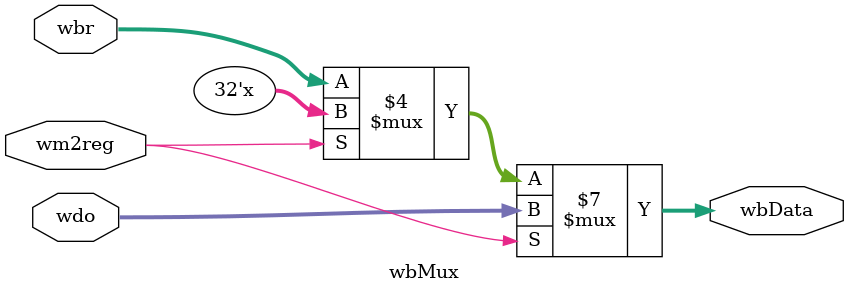
<source format=v>
`timescale 1ns / 1ps

//-------------------------------------------------------------------------------------------------------------------

// ----------------NOTE----------------
// To implement stalls: we need to add MUX and check rs and rt reg: if new instruction = destReg of the previous 2 instructions
// if =, we implement a stall (don't move to next instruction, don't iterate the pc)
// if !=, proceed normally

//-------------------------------------------------------------------------------------------------------------------

module datapath (clock, pc, dinstOut, ewreg, em2reg, ewmem, ealuimm, ealuc, edestReg,eqa, eqb, eimm32, 
                mr, mqb, mdo, r, wwreg, wm2reg, wdestReg, wbr, wdo, b, mdestReg, wbData, stall);
    input wire clock; 
    output wire [31:0] pc;
    output wire [31:0] dinstOut;
    output wire ewreg;
    output wire em2reg;
    output wire ewmem;
    output wire ealuimm;
	output wire [3:0] ealuc;
	output wire [4:0] edestReg;
	output wire [31:0] eqa;
	output wire [31:0] eqb;
	output wire [31:0] eimm32;
	output wire [31:0] mr;
    output wire [31:0] mqb;
    output wire [31:0] mdo;
    output wire [31:0] r;
    output wire wwreg;
    output wire wm2reg;
    output wire [4:0] wdestReg;
    output wire [31:0] wbr;
    output wire [31:0] wdo;
	
	wire [31:0] instOut;
    wire [31:0] nextPC;
	wire wreg;
	wire m2reg;
	wire wmem;
	wire aluimm;
    wire [3:0] aluc;
    wire [4:0] destReg;
    wire [31:0] qa;
    wire [31:0] qb;
    wire [31:0] imm32;
    wire [15:0] imm;
    output wire [31:0] b;
    output wire [4:0] mdestReg;
    output wire [31:0] wbData;
    output wire [1:0] stall;
    
    //Modules
    pc pc_dp(clock, nextPC, stall, pc);
    
    stall _stall_dp(dinstOut[25:21], dinstOut[20:16], edestReg, mdestReg, stall);
    
    instructionMemory im_dp(pc, instOut);
    
    pcAdder pcAdder_dp(pc, nextPC);
    
    ifID ifID_dp(clock, stall, instOut, dinstOut);
    
    controlUnit controlUnit_dp(dinstOut[31:26], dinstOut[5:0], wreg, m2reg, wmem, aluc, aluimm, regrt);
    
    mux1 mux1_dp(dinstOut[15:11], dinstOut[20:16], regrt, destReg);
    
    regFile regFile_dp(clock, wwreg, dinstOut[25:21], dinstOut[20:16], wdestReg, wbData, qa, qb);
    
    immExtend immExtend_dp(dinstOut[15:0], imm32);
    
    dataMemory dataMemory_dp(mr, mqb, mwmem, clock, mdo);
    
    idEXE idEXE_dp(clock, wreg, m2reg, wmem, aluc, aluimm, destReg, qa, qb, imm32,
            ewreg, em2reg, ewmem, ealuc, ealuimm, edestReg, eqa, eqb, eimm32);
    
    mux2 mux2_dp(ealuimm, eqb, eimm32, b);
    
    alu alu_dp(eqa, b, ealuc, r);
    
    exeMEM exeMEM_dp(clock, ewreg, em2reg, ewmem, edestReg,r, eqb, mwreg, mm2reg, 
                mwmem, mdestReg, mr, mqb);
    
    memWB memWB_dp(clock, mwreg, mm2reg, mdestReg, mr, mdo, 
            wwreg, wm2reg, wdestReg, wbr, wdo);
   
    wbMux wbMux_dps(wbr, wdo, wm2reg, wbData);
endmodule

//-------------------------------------------------------------------------------------------------------------------

module pc(clock, nextPC, stall, pc);
    input wire clock;
    input wire [31:0] nextPC;
    input wire [1:0] stall;
    output reg [31:0] pc;
    
    //set initial pc = 100
	initial begin
	pc <= 32'd100;
	end
    
    //set pc according to stalls
	always @(posedge clock) begin   
	   if (stall == 1) begin
	       pc[31:0] = pc[31:0];
	   end
	   else begin
	       pc = nextPC;
	   end
	end 
endmodule 

//-------------------------------------------------------------------------------------------------------------------

module stall(rs, rt, edestReg, mdestReg, stall);
    input [4:0] rs;
    input [4:0] rt;
    input [4:0] edestReg;
    input [4:0] mdestReg;
    output reg [1:0] stall;
    
    initial begin
        stall = 0;
    end
    
    always @(*) begin
        if (rs == edestReg | rt == edestReg | rs == mdestReg | rt == mdestReg) 
        begin
            stall = 1;
        end
        else begin
            stall = 0;
        end
    end
endmodule

//-------------------------------------------------------------------------------------------------------------------

module instructionMemory(pc, instOut);

    input wire [31:0] pc;
    output reg [31:0] instOut;
    //internal memory of 2D reg array 
    reg [31:0] memory [0:127];

    initial begin
    //instructions for final
        //add $3, $1, $2
	   memory[100] = {
	       6'b000000,
	       5'b00001, 
	       5'b00010, 
	       5'b00011, 
	       5'b00000,
	       6'b100000
	   }; 
	   
	   //sub $4, $9, $3
	   memory[104] = {
	       6'b000000,
	       5'b01001,
	       5'b00011,
	       5'b00100,
	       5'b00000,
	       6'b100010
	   }; 
	   
	   	   
	   //or $5, $3, $9
	   memory[108] = {
	       6'b000000,
	       5'b00011,
	       5'b01001,
	       5'b00101,
	       5'b00000,
	       6'b100101
	   }; 
	   
	   //xor $6, $3, $9
	   memory[112] = {
	       6'b000000,
	       5'b00011,
	       5'b01001,
	       5'b00110,
	       5'b00000,
	       6'b100110
	   }; 
	   
	   //and $7, $3, $9
       memory[116] = {
            6'b000000, 
            5'b00011, 
            5'b01001, 
            5'b00111, 
            5'b00000, 
            6'b100100
        }; 
    end
    
    
	always @(pc) begin  
	//instOut = memory[pc]
	   instOut <= memory[pc];
	end 
	
endmodule

//-------------------------------------------------------------------------------------------------------------------

module pcAdder (pc, nextPC);

    input wire [31:0] pc;
    output reg [31:0] nextPC;

	always @(*) begin  
	   //increment nextPC by 4
	   nextPC <= pc + 4; 
	end 
endmodule

//-------------------------------------------------------------------------------------------------------------------

module ifID(clock, stall, instOut, dinstOut);
    input wire clock;
    input wire [1:0] stall;
    input wire [31:0] instOut;
    output reg [31:0] dinstOut;

    //dinstOut is set according to stalls
	always @(posedge clock) begin  
	   if (stall == 1) begin //itself to stall
	       dinstOut = dinstOut;
	   end
	   else begin
	       dinstOut = instOut;
	   end
	end 
endmodule

//-------------------------------------------------------------------------------------------------------------------

module controlUnit(op, func, wreg, m2reg, wmem, aluc, aluimm, regrt);
    input [5:0] op;
    input [5:0] func;
    output reg wreg, m2reg, wmem;
    output reg [3:0] aluc;
    output reg aluimm, regrt;   
    
    always@(*) begin
        case(op)
            6'b000000:
                case(func)
                    //add 
                    6'b100000: 
                    begin 
                        wreg = 1;
                        m2reg = 0;
                        wmem = 0;
                        aluc = 4'b0010;
                        aluimm = 0;
                        regrt = 0;       
                    end  
                    
                    //sub
                    6'b100010: 
                    begin
                        wreg = 1;
                        m2reg = 0;
                        wmem = 0;
                        aluc = 4'b0110;
                        aluimm = 0;
                        regrt = 0; 
                    end
                    
                    //or
                    6'b100101:
                    begin 
                        wreg = 1; 
                        m2reg = 0; 
                        wmem = 0; 
                        aluc = 4'b0001;
                        aluimm = 0;
                        regrt = 0;
                    end
            
                    //xor
                    6'b100110:
                    begin 
                        wreg = 1; 
                        m2reg = 0; 
                        wmem = 0; 
                        aluc = 4'b0011;
                        aluimm = 0;
                        regrt = 0;
                    end

                    //and
                    6'b100100:
                    begin
                        wreg = 1; 
                        m2reg = 0; 
                        wmem = 0; 
                        aluc = 4'b0000;
                        aluimm = 0;
                        regrt = 0;
                    end
                endcase  
            
            //lw
            6'b100011: 
            begin
                //set values of control signals for LW instruction
                wreg = 1;
                m2reg = 1;
                wmem = 0;
                aluc = 4'b0010;
                aluimm = 1;
                regrt = 1;
            end
        endcase
    end

endmodule

//******************MUX1(Reg MUX)******************

module mux1 (rd, rt, regrt, destReg);
    input [4:0] rd;
    input [4:0] rt;
    input regrt;
    output reg [4:0] destReg;
    
    always@(*) begin
        if (regrt == 1) begin
            destReg <= rt;
        end
        else begin
            destReg <= rd;
        end
    end
endmodule

//-------------------------------------------------------------------------------------------------------------------

module regFile(clock, wwreg, rs, rt, wdestReg, wbData, qa, qb);
    
    input wire clock;
    input wire wwreg;
    input [4:0] rs;
    input [4:0] rt;
    input wire [4:0] wdestReg;
    input [31:0] wbData;
    output reg [31:0] qa;
    output reg [31:0] qb;
    
    //internal register 2D
    reg [31:0] RF [31:0];
    
    initial begin
        RF[0] = 'h00000000;
        RF[1] = 'hA00000AA;
        RF[2] = 'h10000011;
        RF[3] = 'h20000022;    
        RF[4] = 'h30000033;
        RF[5] = 'h40000044;
        RF[6] = 'h50000055;
        RF[7] = 'h60000066;
        RF[8] = 'h70000077;
        RF[9] = 'h80000088;
        RF[10] = 'h90000099;
    end

    
    always @(*)
        begin
            qa = RF[rs];
            qb = RF[rt];
        end
    always @(negedge clock)
        begin
            if(wwreg == 1)
                begin
                    RF[wdestReg] = wbData;
                end
            end
endmodule

//-------------------------------------------------------------------------------------------------------------------

module immExtend(imm, imm32);
	input wire [15:0] imm;
	output reg [31:0] imm32;
	
	always @(*) begin
	   imm32 [31:0] <= {{16{imm[15]}}, imm[15:0]};
	end
endmodule

//-------------------------------------------------------------------------------------------------------------------

module dataMemory (mr, mqb, mwmem, clock, mdo);
    input wire [31:0] mr;
    input wire [31:0] mqb;
    input wire mwmem;
    input wire clock;
    output reg [31:0] mdo;
    //internal memory of 2D reg array 
    reg [31:0] mem [0:127];
    
    initial begin
        mem[0]=32'hA00000AA;
        mem[4]=32'h10000011;
        mem[8]=32'h20000022;
        mem[12]=32'h30000033;
        mem[16]=32'h40000044;
        mem[20]=32'h50000055;
        mem[24]=32'h60000066;
        mem[28]=32'h70000077;
        mem[32]=32'h80000088;
        mem[36]=32'h90000099;
        
    end
    
    always @(*) begin
        mdo = mem[mr];
    end
    
    always @(negedge clock) begin
        if (mwmem == 1) begin
            mem[mqb] = mem[mr];
        end
    end
endmodule

//-------------------------------------------------------------------------------------------------------------------

module idEXE(clock, wreg, m2reg, wmem, aluc, aluimm, destReg, qa, qb, imm32,
            ewreg, em2reg, ewmem, ealuc, ealuimm, edestReg, eqa, eqb, eimm32);
    input wire clock;
    input wire wreg;
    input wire m2reg;
    input wire wmem;
    input wire [3:0] aluc;
    input wire aluimm;
    input wire [4:0] destReg;
    input wire [31:0] qa;
    input wire [31:0] qb;
    input wire [31:0] imm32;
    output reg ewreg;
    output reg em2reg;
    output reg ewmem;
	output reg [3:0] ealuc;
	output reg ealuimm;
	output reg [4:0] edestReg;
	output reg [31:0] eqa;
	output reg [31:0] eqb;
	output reg [31:0] eimm32;

	always@(posedge clock) begin
		ewreg = wreg;
		em2reg = m2reg;
		ewmem = wmem;
		ealuc = aluc;
		ealuimm = aluimm;
		edestReg = destReg;
		eqa = qa;
		eqb = qb;
		eimm32 = imm32; 
	end

endmodule

//******************MUX2(ALU MUX)******************

module mux2(ealuimm, eqb, eimm32, b);
    input ealuimm;
    input [31:0] eqb;
    input [31:0] eimm32;
    output reg [31:0] b;
    
    always@(*) begin
        if (ealuimm == 1) begin
            b <= eimm32;
        end
        else begin
            b <= eqb;
        end
    end
endmodule

//-------------------------------------------------------------------------------------------------------------------

module alu(eqa, b, ealuc, r);
    input wire [31:0] eqa;
    input wire [31:0] b;
    input wire [3:0] ealuc;
    output reg [31:0] r;
    
    always @(*) begin
    //computation of eqa and b through ealuc op, output to r
        case (ealuc)
            4'b0010: begin
                r = eqa+b;
            end
        endcase 
    end
endmodule

//-------------------------------------------------------------------------------------------------------------------

module exeMEM(clock, ewreg, em2reg, ewmem, edestReg,r, eqb, mwreg, mm2reg, 
                mwmem, mdestReg, mr, mqb);
    input wire clock;
    input wire ewreg;
    input wire em2reg;
    input wire ewmem;
    input wire [4:0] edestReg;
    input wire [31:0] r;
    input wire [31:0] eqb;
    output reg mwreg;
    output reg mm2reg;
    output reg mwmem;
    output reg [4:0] mdestReg;
    output reg [31:0] mr;
    output reg [31:0] mqb;
    
    always @(posedge clock) begin
        mwreg = ewreg;
        mm2reg = em2reg;
        mwmem = ewmem;
        mdestReg = edestReg;
        mr = r;
        mqb = eqb;
    end
endmodule

//-------------------------------------------------------------------------------------------------------------------

module memWB(clock, mwreg, mm2reg, mdestReg, mr, mdo, 
            wwreg, wm2reg, wdestReg, wbr, wdo);
    input wire clock;
    input wire mwreg;
    input wire mm2reg;
    input [4:0] mdestReg;
    input [31:0] mr;
    input [31:0] mdo;
    output reg wwreg;
    output reg wm2reg;
    output reg [4:0] wdestReg;
    output reg [31:0] wbr;
    output reg [31:0] wdo;
    
    always @(posedge clock) begin
        wwreg = mwreg;
        wm2reg = mm2reg;
        wdestReg = mdestReg;
        wbr = mr;
        wdo = mdo;
    end
    
endmodule

//-------------------------------------------------------------------------------------------------------------------

module wbMux(wbr, wdo, wm2reg, wbData);
    input wire [31:0] wbr;
    input wire [31:0] wdo;
    input wire wm2reg;
    output reg [31:0] wbData;
   
    always @(*)
        begin
            if (wm2reg == 1) begin
                wbData <= wdo;
            end
            else if (wm2reg == 0) begin
                wbData <= wbr;
            end
        end
endmodule  

</source>
